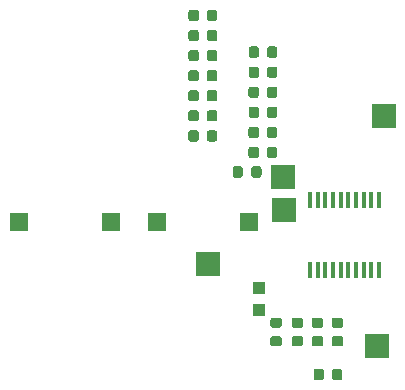
<source format=gbr>
G04 #@! TF.GenerationSoftware,KiCad,Pcbnew,5.1.4-1.fc30*
G04 #@! TF.CreationDate,2019-10-04T18:02:02+02:00*
G04 #@! TF.ProjectId,synchro2,73796e63-6872-46f3-922e-6b696361645f,rev?*
G04 #@! TF.SameCoordinates,Original*
G04 #@! TF.FileFunction,Paste,Top*
G04 #@! TF.FilePolarity,Positive*
%FSLAX46Y46*%
G04 Gerber Fmt 4.6, Leading zero omitted, Abs format (unit mm)*
G04 Created by KiCad (PCBNEW 5.1.4-1.fc30) date 2019-10-04 18:02:02*
%MOMM*%
%LPD*%
G04 APERTURE LIST*
%ADD10R,1.000000X1.000000*%
%ADD11R,2.000000X2.000000*%
%ADD12C,2.000000*%
%ADD13C,0.100000*%
%ADD14R,1.500000X1.500000*%
%ADD15C,0.875000*%
%ADD16R,0.450000X1.450000*%
G04 APERTURE END LIST*
D10*
X223850000Y-121850000D03*
X223850000Y-123750000D03*
D11*
X234450000Y-107310000D03*
X233850000Y-126750000D03*
X219550000Y-119850000D03*
X225950000Y-115300000D03*
D12*
X225900000Y-112500000D03*
D13*
G36*
X224900000Y-113500000D02*
G01*
X224900000Y-111500000D01*
X226900000Y-111500000D01*
X226900000Y-113500000D01*
X224900000Y-113500000D01*
X224900000Y-113500000D01*
G37*
D14*
X215200000Y-116300000D03*
X223000000Y-116300000D03*
D13*
G36*
X218552691Y-103426053D02*
G01*
X218573926Y-103429203D01*
X218594750Y-103434419D01*
X218614962Y-103441651D01*
X218634368Y-103450830D01*
X218652781Y-103461866D01*
X218670024Y-103474654D01*
X218685930Y-103489070D01*
X218700346Y-103504976D01*
X218713134Y-103522219D01*
X218724170Y-103540632D01*
X218733349Y-103560038D01*
X218740581Y-103580250D01*
X218745797Y-103601074D01*
X218748947Y-103622309D01*
X218750000Y-103643750D01*
X218750000Y-104156250D01*
X218748947Y-104177691D01*
X218745797Y-104198926D01*
X218740581Y-104219750D01*
X218733349Y-104239962D01*
X218724170Y-104259368D01*
X218713134Y-104277781D01*
X218700346Y-104295024D01*
X218685930Y-104310930D01*
X218670024Y-104325346D01*
X218652781Y-104338134D01*
X218634368Y-104349170D01*
X218614962Y-104358349D01*
X218594750Y-104365581D01*
X218573926Y-104370797D01*
X218552691Y-104373947D01*
X218531250Y-104375000D01*
X218093750Y-104375000D01*
X218072309Y-104373947D01*
X218051074Y-104370797D01*
X218030250Y-104365581D01*
X218010038Y-104358349D01*
X217990632Y-104349170D01*
X217972219Y-104338134D01*
X217954976Y-104325346D01*
X217939070Y-104310930D01*
X217924654Y-104295024D01*
X217911866Y-104277781D01*
X217900830Y-104259368D01*
X217891651Y-104239962D01*
X217884419Y-104219750D01*
X217879203Y-104198926D01*
X217876053Y-104177691D01*
X217875000Y-104156250D01*
X217875000Y-103643750D01*
X217876053Y-103622309D01*
X217879203Y-103601074D01*
X217884419Y-103580250D01*
X217891651Y-103560038D01*
X217900830Y-103540632D01*
X217911866Y-103522219D01*
X217924654Y-103504976D01*
X217939070Y-103489070D01*
X217954976Y-103474654D01*
X217972219Y-103461866D01*
X217990632Y-103450830D01*
X218010038Y-103441651D01*
X218030250Y-103434419D01*
X218051074Y-103429203D01*
X218072309Y-103426053D01*
X218093750Y-103425000D01*
X218531250Y-103425000D01*
X218552691Y-103426053D01*
X218552691Y-103426053D01*
G37*
D15*
X218312500Y-103900000D03*
D13*
G36*
X220127691Y-103426053D02*
G01*
X220148926Y-103429203D01*
X220169750Y-103434419D01*
X220189962Y-103441651D01*
X220209368Y-103450830D01*
X220227781Y-103461866D01*
X220245024Y-103474654D01*
X220260930Y-103489070D01*
X220275346Y-103504976D01*
X220288134Y-103522219D01*
X220299170Y-103540632D01*
X220308349Y-103560038D01*
X220315581Y-103580250D01*
X220320797Y-103601074D01*
X220323947Y-103622309D01*
X220325000Y-103643750D01*
X220325000Y-104156250D01*
X220323947Y-104177691D01*
X220320797Y-104198926D01*
X220315581Y-104219750D01*
X220308349Y-104239962D01*
X220299170Y-104259368D01*
X220288134Y-104277781D01*
X220275346Y-104295024D01*
X220260930Y-104310930D01*
X220245024Y-104325346D01*
X220227781Y-104338134D01*
X220209368Y-104349170D01*
X220189962Y-104358349D01*
X220169750Y-104365581D01*
X220148926Y-104370797D01*
X220127691Y-104373947D01*
X220106250Y-104375000D01*
X219668750Y-104375000D01*
X219647309Y-104373947D01*
X219626074Y-104370797D01*
X219605250Y-104365581D01*
X219585038Y-104358349D01*
X219565632Y-104349170D01*
X219547219Y-104338134D01*
X219529976Y-104325346D01*
X219514070Y-104310930D01*
X219499654Y-104295024D01*
X219486866Y-104277781D01*
X219475830Y-104259368D01*
X219466651Y-104239962D01*
X219459419Y-104219750D01*
X219454203Y-104198926D01*
X219451053Y-104177691D01*
X219450000Y-104156250D01*
X219450000Y-103643750D01*
X219451053Y-103622309D01*
X219454203Y-103601074D01*
X219459419Y-103580250D01*
X219466651Y-103560038D01*
X219475830Y-103540632D01*
X219486866Y-103522219D01*
X219499654Y-103504976D01*
X219514070Y-103489070D01*
X219529976Y-103474654D01*
X219547219Y-103461866D01*
X219565632Y-103450830D01*
X219585038Y-103441651D01*
X219605250Y-103434419D01*
X219626074Y-103429203D01*
X219647309Y-103426053D01*
X219668750Y-103425000D01*
X220106250Y-103425000D01*
X220127691Y-103426053D01*
X220127691Y-103426053D01*
G37*
D15*
X219887500Y-103900000D03*
D13*
G36*
X223652691Y-106526053D02*
G01*
X223673926Y-106529203D01*
X223694750Y-106534419D01*
X223714962Y-106541651D01*
X223734368Y-106550830D01*
X223752781Y-106561866D01*
X223770024Y-106574654D01*
X223785930Y-106589070D01*
X223800346Y-106604976D01*
X223813134Y-106622219D01*
X223824170Y-106640632D01*
X223833349Y-106660038D01*
X223840581Y-106680250D01*
X223845797Y-106701074D01*
X223848947Y-106722309D01*
X223850000Y-106743750D01*
X223850000Y-107256250D01*
X223848947Y-107277691D01*
X223845797Y-107298926D01*
X223840581Y-107319750D01*
X223833349Y-107339962D01*
X223824170Y-107359368D01*
X223813134Y-107377781D01*
X223800346Y-107395024D01*
X223785930Y-107410930D01*
X223770024Y-107425346D01*
X223752781Y-107438134D01*
X223734368Y-107449170D01*
X223714962Y-107458349D01*
X223694750Y-107465581D01*
X223673926Y-107470797D01*
X223652691Y-107473947D01*
X223631250Y-107475000D01*
X223193750Y-107475000D01*
X223172309Y-107473947D01*
X223151074Y-107470797D01*
X223130250Y-107465581D01*
X223110038Y-107458349D01*
X223090632Y-107449170D01*
X223072219Y-107438134D01*
X223054976Y-107425346D01*
X223039070Y-107410930D01*
X223024654Y-107395024D01*
X223011866Y-107377781D01*
X223000830Y-107359368D01*
X222991651Y-107339962D01*
X222984419Y-107319750D01*
X222979203Y-107298926D01*
X222976053Y-107277691D01*
X222975000Y-107256250D01*
X222975000Y-106743750D01*
X222976053Y-106722309D01*
X222979203Y-106701074D01*
X222984419Y-106680250D01*
X222991651Y-106660038D01*
X223000830Y-106640632D01*
X223011866Y-106622219D01*
X223024654Y-106604976D01*
X223039070Y-106589070D01*
X223054976Y-106574654D01*
X223072219Y-106561866D01*
X223090632Y-106550830D01*
X223110038Y-106541651D01*
X223130250Y-106534419D01*
X223151074Y-106529203D01*
X223172309Y-106526053D01*
X223193750Y-106525000D01*
X223631250Y-106525000D01*
X223652691Y-106526053D01*
X223652691Y-106526053D01*
G37*
D15*
X223412500Y-107000000D03*
D13*
G36*
X225227691Y-106526053D02*
G01*
X225248926Y-106529203D01*
X225269750Y-106534419D01*
X225289962Y-106541651D01*
X225309368Y-106550830D01*
X225327781Y-106561866D01*
X225345024Y-106574654D01*
X225360930Y-106589070D01*
X225375346Y-106604976D01*
X225388134Y-106622219D01*
X225399170Y-106640632D01*
X225408349Y-106660038D01*
X225415581Y-106680250D01*
X225420797Y-106701074D01*
X225423947Y-106722309D01*
X225425000Y-106743750D01*
X225425000Y-107256250D01*
X225423947Y-107277691D01*
X225420797Y-107298926D01*
X225415581Y-107319750D01*
X225408349Y-107339962D01*
X225399170Y-107359368D01*
X225388134Y-107377781D01*
X225375346Y-107395024D01*
X225360930Y-107410930D01*
X225345024Y-107425346D01*
X225327781Y-107438134D01*
X225309368Y-107449170D01*
X225289962Y-107458349D01*
X225269750Y-107465581D01*
X225248926Y-107470797D01*
X225227691Y-107473947D01*
X225206250Y-107475000D01*
X224768750Y-107475000D01*
X224747309Y-107473947D01*
X224726074Y-107470797D01*
X224705250Y-107465581D01*
X224685038Y-107458349D01*
X224665632Y-107449170D01*
X224647219Y-107438134D01*
X224629976Y-107425346D01*
X224614070Y-107410930D01*
X224599654Y-107395024D01*
X224586866Y-107377781D01*
X224575830Y-107359368D01*
X224566651Y-107339962D01*
X224559419Y-107319750D01*
X224554203Y-107298926D01*
X224551053Y-107277691D01*
X224550000Y-107256250D01*
X224550000Y-106743750D01*
X224551053Y-106722309D01*
X224554203Y-106701074D01*
X224559419Y-106680250D01*
X224566651Y-106660038D01*
X224575830Y-106640632D01*
X224586866Y-106622219D01*
X224599654Y-106604976D01*
X224614070Y-106589070D01*
X224629976Y-106574654D01*
X224647219Y-106561866D01*
X224665632Y-106550830D01*
X224685038Y-106541651D01*
X224705250Y-106534419D01*
X224726074Y-106529203D01*
X224747309Y-106526053D01*
X224768750Y-106525000D01*
X225206250Y-106525000D01*
X225227691Y-106526053D01*
X225227691Y-106526053D01*
G37*
D15*
X224987500Y-107000000D03*
D13*
G36*
X225227691Y-101426053D02*
G01*
X225248926Y-101429203D01*
X225269750Y-101434419D01*
X225289962Y-101441651D01*
X225309368Y-101450830D01*
X225327781Y-101461866D01*
X225345024Y-101474654D01*
X225360930Y-101489070D01*
X225375346Y-101504976D01*
X225388134Y-101522219D01*
X225399170Y-101540632D01*
X225408349Y-101560038D01*
X225415581Y-101580250D01*
X225420797Y-101601074D01*
X225423947Y-101622309D01*
X225425000Y-101643750D01*
X225425000Y-102156250D01*
X225423947Y-102177691D01*
X225420797Y-102198926D01*
X225415581Y-102219750D01*
X225408349Y-102239962D01*
X225399170Y-102259368D01*
X225388134Y-102277781D01*
X225375346Y-102295024D01*
X225360930Y-102310930D01*
X225345024Y-102325346D01*
X225327781Y-102338134D01*
X225309368Y-102349170D01*
X225289962Y-102358349D01*
X225269750Y-102365581D01*
X225248926Y-102370797D01*
X225227691Y-102373947D01*
X225206250Y-102375000D01*
X224768750Y-102375000D01*
X224747309Y-102373947D01*
X224726074Y-102370797D01*
X224705250Y-102365581D01*
X224685038Y-102358349D01*
X224665632Y-102349170D01*
X224647219Y-102338134D01*
X224629976Y-102325346D01*
X224614070Y-102310930D01*
X224599654Y-102295024D01*
X224586866Y-102277781D01*
X224575830Y-102259368D01*
X224566651Y-102239962D01*
X224559419Y-102219750D01*
X224554203Y-102198926D01*
X224551053Y-102177691D01*
X224550000Y-102156250D01*
X224550000Y-101643750D01*
X224551053Y-101622309D01*
X224554203Y-101601074D01*
X224559419Y-101580250D01*
X224566651Y-101560038D01*
X224575830Y-101540632D01*
X224586866Y-101522219D01*
X224599654Y-101504976D01*
X224614070Y-101489070D01*
X224629976Y-101474654D01*
X224647219Y-101461866D01*
X224665632Y-101450830D01*
X224685038Y-101441651D01*
X224705250Y-101434419D01*
X224726074Y-101429203D01*
X224747309Y-101426053D01*
X224768750Y-101425000D01*
X225206250Y-101425000D01*
X225227691Y-101426053D01*
X225227691Y-101426053D01*
G37*
D15*
X224987500Y-101900000D03*
D13*
G36*
X223652691Y-101426053D02*
G01*
X223673926Y-101429203D01*
X223694750Y-101434419D01*
X223714962Y-101441651D01*
X223734368Y-101450830D01*
X223752781Y-101461866D01*
X223770024Y-101474654D01*
X223785930Y-101489070D01*
X223800346Y-101504976D01*
X223813134Y-101522219D01*
X223824170Y-101540632D01*
X223833349Y-101560038D01*
X223840581Y-101580250D01*
X223845797Y-101601074D01*
X223848947Y-101622309D01*
X223850000Y-101643750D01*
X223850000Y-102156250D01*
X223848947Y-102177691D01*
X223845797Y-102198926D01*
X223840581Y-102219750D01*
X223833349Y-102239962D01*
X223824170Y-102259368D01*
X223813134Y-102277781D01*
X223800346Y-102295024D01*
X223785930Y-102310930D01*
X223770024Y-102325346D01*
X223752781Y-102338134D01*
X223734368Y-102349170D01*
X223714962Y-102358349D01*
X223694750Y-102365581D01*
X223673926Y-102370797D01*
X223652691Y-102373947D01*
X223631250Y-102375000D01*
X223193750Y-102375000D01*
X223172309Y-102373947D01*
X223151074Y-102370797D01*
X223130250Y-102365581D01*
X223110038Y-102358349D01*
X223090632Y-102349170D01*
X223072219Y-102338134D01*
X223054976Y-102325346D01*
X223039070Y-102310930D01*
X223024654Y-102295024D01*
X223011866Y-102277781D01*
X223000830Y-102259368D01*
X222991651Y-102239962D01*
X222984419Y-102219750D01*
X222979203Y-102198926D01*
X222976053Y-102177691D01*
X222975000Y-102156250D01*
X222975000Y-101643750D01*
X222976053Y-101622309D01*
X222979203Y-101601074D01*
X222984419Y-101580250D01*
X222991651Y-101560038D01*
X223000830Y-101540632D01*
X223011866Y-101522219D01*
X223024654Y-101504976D01*
X223039070Y-101489070D01*
X223054976Y-101474654D01*
X223072219Y-101461866D01*
X223090632Y-101450830D01*
X223110038Y-101441651D01*
X223130250Y-101434419D01*
X223151074Y-101429203D01*
X223172309Y-101426053D01*
X223193750Y-101425000D01*
X223631250Y-101425000D01*
X223652691Y-101426053D01*
X223652691Y-101426053D01*
G37*
D15*
X223412500Y-101900000D03*
D13*
G36*
X225215191Y-109926053D02*
G01*
X225236426Y-109929203D01*
X225257250Y-109934419D01*
X225277462Y-109941651D01*
X225296868Y-109950830D01*
X225315281Y-109961866D01*
X225332524Y-109974654D01*
X225348430Y-109989070D01*
X225362846Y-110004976D01*
X225375634Y-110022219D01*
X225386670Y-110040632D01*
X225395849Y-110060038D01*
X225403081Y-110080250D01*
X225408297Y-110101074D01*
X225411447Y-110122309D01*
X225412500Y-110143750D01*
X225412500Y-110656250D01*
X225411447Y-110677691D01*
X225408297Y-110698926D01*
X225403081Y-110719750D01*
X225395849Y-110739962D01*
X225386670Y-110759368D01*
X225375634Y-110777781D01*
X225362846Y-110795024D01*
X225348430Y-110810930D01*
X225332524Y-110825346D01*
X225315281Y-110838134D01*
X225296868Y-110849170D01*
X225277462Y-110858349D01*
X225257250Y-110865581D01*
X225236426Y-110870797D01*
X225215191Y-110873947D01*
X225193750Y-110875000D01*
X224756250Y-110875000D01*
X224734809Y-110873947D01*
X224713574Y-110870797D01*
X224692750Y-110865581D01*
X224672538Y-110858349D01*
X224653132Y-110849170D01*
X224634719Y-110838134D01*
X224617476Y-110825346D01*
X224601570Y-110810930D01*
X224587154Y-110795024D01*
X224574366Y-110777781D01*
X224563330Y-110759368D01*
X224554151Y-110739962D01*
X224546919Y-110719750D01*
X224541703Y-110698926D01*
X224538553Y-110677691D01*
X224537500Y-110656250D01*
X224537500Y-110143750D01*
X224538553Y-110122309D01*
X224541703Y-110101074D01*
X224546919Y-110080250D01*
X224554151Y-110060038D01*
X224563330Y-110040632D01*
X224574366Y-110022219D01*
X224587154Y-110004976D01*
X224601570Y-109989070D01*
X224617476Y-109974654D01*
X224634719Y-109961866D01*
X224653132Y-109950830D01*
X224672538Y-109941651D01*
X224692750Y-109934419D01*
X224713574Y-109929203D01*
X224734809Y-109926053D01*
X224756250Y-109925000D01*
X225193750Y-109925000D01*
X225215191Y-109926053D01*
X225215191Y-109926053D01*
G37*
D15*
X224975000Y-110400000D03*
D13*
G36*
X223640191Y-109926053D02*
G01*
X223661426Y-109929203D01*
X223682250Y-109934419D01*
X223702462Y-109941651D01*
X223721868Y-109950830D01*
X223740281Y-109961866D01*
X223757524Y-109974654D01*
X223773430Y-109989070D01*
X223787846Y-110004976D01*
X223800634Y-110022219D01*
X223811670Y-110040632D01*
X223820849Y-110060038D01*
X223828081Y-110080250D01*
X223833297Y-110101074D01*
X223836447Y-110122309D01*
X223837500Y-110143750D01*
X223837500Y-110656250D01*
X223836447Y-110677691D01*
X223833297Y-110698926D01*
X223828081Y-110719750D01*
X223820849Y-110739962D01*
X223811670Y-110759368D01*
X223800634Y-110777781D01*
X223787846Y-110795024D01*
X223773430Y-110810930D01*
X223757524Y-110825346D01*
X223740281Y-110838134D01*
X223721868Y-110849170D01*
X223702462Y-110858349D01*
X223682250Y-110865581D01*
X223661426Y-110870797D01*
X223640191Y-110873947D01*
X223618750Y-110875000D01*
X223181250Y-110875000D01*
X223159809Y-110873947D01*
X223138574Y-110870797D01*
X223117750Y-110865581D01*
X223097538Y-110858349D01*
X223078132Y-110849170D01*
X223059719Y-110838134D01*
X223042476Y-110825346D01*
X223026570Y-110810930D01*
X223012154Y-110795024D01*
X222999366Y-110777781D01*
X222988330Y-110759368D01*
X222979151Y-110739962D01*
X222971919Y-110719750D01*
X222966703Y-110698926D01*
X222963553Y-110677691D01*
X222962500Y-110656250D01*
X222962500Y-110143750D01*
X222963553Y-110122309D01*
X222966703Y-110101074D01*
X222971919Y-110080250D01*
X222979151Y-110060038D01*
X222988330Y-110040632D01*
X222999366Y-110022219D01*
X223012154Y-110004976D01*
X223026570Y-109989070D01*
X223042476Y-109974654D01*
X223059719Y-109961866D01*
X223078132Y-109950830D01*
X223097538Y-109941651D01*
X223117750Y-109934419D01*
X223138574Y-109929203D01*
X223159809Y-109926053D01*
X223181250Y-109925000D01*
X223618750Y-109925000D01*
X223640191Y-109926053D01*
X223640191Y-109926053D01*
G37*
D15*
X223400000Y-110400000D03*
D13*
G36*
X218552691Y-106826053D02*
G01*
X218573926Y-106829203D01*
X218594750Y-106834419D01*
X218614962Y-106841651D01*
X218634368Y-106850830D01*
X218652781Y-106861866D01*
X218670024Y-106874654D01*
X218685930Y-106889070D01*
X218700346Y-106904976D01*
X218713134Y-106922219D01*
X218724170Y-106940632D01*
X218733349Y-106960038D01*
X218740581Y-106980250D01*
X218745797Y-107001074D01*
X218748947Y-107022309D01*
X218750000Y-107043750D01*
X218750000Y-107556250D01*
X218748947Y-107577691D01*
X218745797Y-107598926D01*
X218740581Y-107619750D01*
X218733349Y-107639962D01*
X218724170Y-107659368D01*
X218713134Y-107677781D01*
X218700346Y-107695024D01*
X218685930Y-107710930D01*
X218670024Y-107725346D01*
X218652781Y-107738134D01*
X218634368Y-107749170D01*
X218614962Y-107758349D01*
X218594750Y-107765581D01*
X218573926Y-107770797D01*
X218552691Y-107773947D01*
X218531250Y-107775000D01*
X218093750Y-107775000D01*
X218072309Y-107773947D01*
X218051074Y-107770797D01*
X218030250Y-107765581D01*
X218010038Y-107758349D01*
X217990632Y-107749170D01*
X217972219Y-107738134D01*
X217954976Y-107725346D01*
X217939070Y-107710930D01*
X217924654Y-107695024D01*
X217911866Y-107677781D01*
X217900830Y-107659368D01*
X217891651Y-107639962D01*
X217884419Y-107619750D01*
X217879203Y-107598926D01*
X217876053Y-107577691D01*
X217875000Y-107556250D01*
X217875000Y-107043750D01*
X217876053Y-107022309D01*
X217879203Y-107001074D01*
X217884419Y-106980250D01*
X217891651Y-106960038D01*
X217900830Y-106940632D01*
X217911866Y-106922219D01*
X217924654Y-106904976D01*
X217939070Y-106889070D01*
X217954976Y-106874654D01*
X217972219Y-106861866D01*
X217990632Y-106850830D01*
X218010038Y-106841651D01*
X218030250Y-106834419D01*
X218051074Y-106829203D01*
X218072309Y-106826053D01*
X218093750Y-106825000D01*
X218531250Y-106825000D01*
X218552691Y-106826053D01*
X218552691Y-106826053D01*
G37*
D15*
X218312500Y-107300000D03*
D13*
G36*
X220127691Y-106826053D02*
G01*
X220148926Y-106829203D01*
X220169750Y-106834419D01*
X220189962Y-106841651D01*
X220209368Y-106850830D01*
X220227781Y-106861866D01*
X220245024Y-106874654D01*
X220260930Y-106889070D01*
X220275346Y-106904976D01*
X220288134Y-106922219D01*
X220299170Y-106940632D01*
X220308349Y-106960038D01*
X220315581Y-106980250D01*
X220320797Y-107001074D01*
X220323947Y-107022309D01*
X220325000Y-107043750D01*
X220325000Y-107556250D01*
X220323947Y-107577691D01*
X220320797Y-107598926D01*
X220315581Y-107619750D01*
X220308349Y-107639962D01*
X220299170Y-107659368D01*
X220288134Y-107677781D01*
X220275346Y-107695024D01*
X220260930Y-107710930D01*
X220245024Y-107725346D01*
X220227781Y-107738134D01*
X220209368Y-107749170D01*
X220189962Y-107758349D01*
X220169750Y-107765581D01*
X220148926Y-107770797D01*
X220127691Y-107773947D01*
X220106250Y-107775000D01*
X219668750Y-107775000D01*
X219647309Y-107773947D01*
X219626074Y-107770797D01*
X219605250Y-107765581D01*
X219585038Y-107758349D01*
X219565632Y-107749170D01*
X219547219Y-107738134D01*
X219529976Y-107725346D01*
X219514070Y-107710930D01*
X219499654Y-107695024D01*
X219486866Y-107677781D01*
X219475830Y-107659368D01*
X219466651Y-107639962D01*
X219459419Y-107619750D01*
X219454203Y-107598926D01*
X219451053Y-107577691D01*
X219450000Y-107556250D01*
X219450000Y-107043750D01*
X219451053Y-107022309D01*
X219454203Y-107001074D01*
X219459419Y-106980250D01*
X219466651Y-106960038D01*
X219475830Y-106940632D01*
X219486866Y-106922219D01*
X219499654Y-106904976D01*
X219514070Y-106889070D01*
X219529976Y-106874654D01*
X219547219Y-106861866D01*
X219565632Y-106850830D01*
X219585038Y-106841651D01*
X219605250Y-106834419D01*
X219626074Y-106829203D01*
X219647309Y-106826053D01*
X219668750Y-106825000D01*
X220106250Y-106825000D01*
X220127691Y-106826053D01*
X220127691Y-106826053D01*
G37*
D15*
X219887500Y-107300000D03*
D13*
G36*
X230777691Y-125951053D02*
G01*
X230798926Y-125954203D01*
X230819750Y-125959419D01*
X230839962Y-125966651D01*
X230859368Y-125975830D01*
X230877781Y-125986866D01*
X230895024Y-125999654D01*
X230910930Y-126014070D01*
X230925346Y-126029976D01*
X230938134Y-126047219D01*
X230949170Y-126065632D01*
X230958349Y-126085038D01*
X230965581Y-126105250D01*
X230970797Y-126126074D01*
X230973947Y-126147309D01*
X230975000Y-126168750D01*
X230975000Y-126606250D01*
X230973947Y-126627691D01*
X230970797Y-126648926D01*
X230965581Y-126669750D01*
X230958349Y-126689962D01*
X230949170Y-126709368D01*
X230938134Y-126727781D01*
X230925346Y-126745024D01*
X230910930Y-126760930D01*
X230895024Y-126775346D01*
X230877781Y-126788134D01*
X230859368Y-126799170D01*
X230839962Y-126808349D01*
X230819750Y-126815581D01*
X230798926Y-126820797D01*
X230777691Y-126823947D01*
X230756250Y-126825000D01*
X230243750Y-126825000D01*
X230222309Y-126823947D01*
X230201074Y-126820797D01*
X230180250Y-126815581D01*
X230160038Y-126808349D01*
X230140632Y-126799170D01*
X230122219Y-126788134D01*
X230104976Y-126775346D01*
X230089070Y-126760930D01*
X230074654Y-126745024D01*
X230061866Y-126727781D01*
X230050830Y-126709368D01*
X230041651Y-126689962D01*
X230034419Y-126669750D01*
X230029203Y-126648926D01*
X230026053Y-126627691D01*
X230025000Y-126606250D01*
X230025000Y-126168750D01*
X230026053Y-126147309D01*
X230029203Y-126126074D01*
X230034419Y-126105250D01*
X230041651Y-126085038D01*
X230050830Y-126065632D01*
X230061866Y-126047219D01*
X230074654Y-126029976D01*
X230089070Y-126014070D01*
X230104976Y-125999654D01*
X230122219Y-125986866D01*
X230140632Y-125975830D01*
X230160038Y-125966651D01*
X230180250Y-125959419D01*
X230201074Y-125954203D01*
X230222309Y-125951053D01*
X230243750Y-125950000D01*
X230756250Y-125950000D01*
X230777691Y-125951053D01*
X230777691Y-125951053D01*
G37*
D15*
X230500000Y-126387500D03*
D13*
G36*
X230777691Y-124376053D02*
G01*
X230798926Y-124379203D01*
X230819750Y-124384419D01*
X230839962Y-124391651D01*
X230859368Y-124400830D01*
X230877781Y-124411866D01*
X230895024Y-124424654D01*
X230910930Y-124439070D01*
X230925346Y-124454976D01*
X230938134Y-124472219D01*
X230949170Y-124490632D01*
X230958349Y-124510038D01*
X230965581Y-124530250D01*
X230970797Y-124551074D01*
X230973947Y-124572309D01*
X230975000Y-124593750D01*
X230975000Y-125031250D01*
X230973947Y-125052691D01*
X230970797Y-125073926D01*
X230965581Y-125094750D01*
X230958349Y-125114962D01*
X230949170Y-125134368D01*
X230938134Y-125152781D01*
X230925346Y-125170024D01*
X230910930Y-125185930D01*
X230895024Y-125200346D01*
X230877781Y-125213134D01*
X230859368Y-125224170D01*
X230839962Y-125233349D01*
X230819750Y-125240581D01*
X230798926Y-125245797D01*
X230777691Y-125248947D01*
X230756250Y-125250000D01*
X230243750Y-125250000D01*
X230222309Y-125248947D01*
X230201074Y-125245797D01*
X230180250Y-125240581D01*
X230160038Y-125233349D01*
X230140632Y-125224170D01*
X230122219Y-125213134D01*
X230104976Y-125200346D01*
X230089070Y-125185930D01*
X230074654Y-125170024D01*
X230061866Y-125152781D01*
X230050830Y-125134368D01*
X230041651Y-125114962D01*
X230034419Y-125094750D01*
X230029203Y-125073926D01*
X230026053Y-125052691D01*
X230025000Y-125031250D01*
X230025000Y-124593750D01*
X230026053Y-124572309D01*
X230029203Y-124551074D01*
X230034419Y-124530250D01*
X230041651Y-124510038D01*
X230050830Y-124490632D01*
X230061866Y-124472219D01*
X230074654Y-124454976D01*
X230089070Y-124439070D01*
X230104976Y-124424654D01*
X230122219Y-124411866D01*
X230140632Y-124400830D01*
X230160038Y-124391651D01*
X230180250Y-124384419D01*
X230201074Y-124379203D01*
X230222309Y-124376053D01*
X230243750Y-124375000D01*
X230756250Y-124375000D01*
X230777691Y-124376053D01*
X230777691Y-124376053D01*
G37*
D15*
X230500000Y-124812500D03*
D13*
G36*
X225215191Y-104826053D02*
G01*
X225236426Y-104829203D01*
X225257250Y-104834419D01*
X225277462Y-104841651D01*
X225296868Y-104850830D01*
X225315281Y-104861866D01*
X225332524Y-104874654D01*
X225348430Y-104889070D01*
X225362846Y-104904976D01*
X225375634Y-104922219D01*
X225386670Y-104940632D01*
X225395849Y-104960038D01*
X225403081Y-104980250D01*
X225408297Y-105001074D01*
X225411447Y-105022309D01*
X225412500Y-105043750D01*
X225412500Y-105556250D01*
X225411447Y-105577691D01*
X225408297Y-105598926D01*
X225403081Y-105619750D01*
X225395849Y-105639962D01*
X225386670Y-105659368D01*
X225375634Y-105677781D01*
X225362846Y-105695024D01*
X225348430Y-105710930D01*
X225332524Y-105725346D01*
X225315281Y-105738134D01*
X225296868Y-105749170D01*
X225277462Y-105758349D01*
X225257250Y-105765581D01*
X225236426Y-105770797D01*
X225215191Y-105773947D01*
X225193750Y-105775000D01*
X224756250Y-105775000D01*
X224734809Y-105773947D01*
X224713574Y-105770797D01*
X224692750Y-105765581D01*
X224672538Y-105758349D01*
X224653132Y-105749170D01*
X224634719Y-105738134D01*
X224617476Y-105725346D01*
X224601570Y-105710930D01*
X224587154Y-105695024D01*
X224574366Y-105677781D01*
X224563330Y-105659368D01*
X224554151Y-105639962D01*
X224546919Y-105619750D01*
X224541703Y-105598926D01*
X224538553Y-105577691D01*
X224537500Y-105556250D01*
X224537500Y-105043750D01*
X224538553Y-105022309D01*
X224541703Y-105001074D01*
X224546919Y-104980250D01*
X224554151Y-104960038D01*
X224563330Y-104940632D01*
X224574366Y-104922219D01*
X224587154Y-104904976D01*
X224601570Y-104889070D01*
X224617476Y-104874654D01*
X224634719Y-104861866D01*
X224653132Y-104850830D01*
X224672538Y-104841651D01*
X224692750Y-104834419D01*
X224713574Y-104829203D01*
X224734809Y-104826053D01*
X224756250Y-104825000D01*
X225193750Y-104825000D01*
X225215191Y-104826053D01*
X225215191Y-104826053D01*
G37*
D15*
X224975000Y-105300000D03*
D13*
G36*
X223640191Y-104826053D02*
G01*
X223661426Y-104829203D01*
X223682250Y-104834419D01*
X223702462Y-104841651D01*
X223721868Y-104850830D01*
X223740281Y-104861866D01*
X223757524Y-104874654D01*
X223773430Y-104889070D01*
X223787846Y-104904976D01*
X223800634Y-104922219D01*
X223811670Y-104940632D01*
X223820849Y-104960038D01*
X223828081Y-104980250D01*
X223833297Y-105001074D01*
X223836447Y-105022309D01*
X223837500Y-105043750D01*
X223837500Y-105556250D01*
X223836447Y-105577691D01*
X223833297Y-105598926D01*
X223828081Y-105619750D01*
X223820849Y-105639962D01*
X223811670Y-105659368D01*
X223800634Y-105677781D01*
X223787846Y-105695024D01*
X223773430Y-105710930D01*
X223757524Y-105725346D01*
X223740281Y-105738134D01*
X223721868Y-105749170D01*
X223702462Y-105758349D01*
X223682250Y-105765581D01*
X223661426Y-105770797D01*
X223640191Y-105773947D01*
X223618750Y-105775000D01*
X223181250Y-105775000D01*
X223159809Y-105773947D01*
X223138574Y-105770797D01*
X223117750Y-105765581D01*
X223097538Y-105758349D01*
X223078132Y-105749170D01*
X223059719Y-105738134D01*
X223042476Y-105725346D01*
X223026570Y-105710930D01*
X223012154Y-105695024D01*
X222999366Y-105677781D01*
X222988330Y-105659368D01*
X222979151Y-105639962D01*
X222971919Y-105619750D01*
X222966703Y-105598926D01*
X222963553Y-105577691D01*
X222962500Y-105556250D01*
X222962500Y-105043750D01*
X222963553Y-105022309D01*
X222966703Y-105001074D01*
X222971919Y-104980250D01*
X222979151Y-104960038D01*
X222988330Y-104940632D01*
X222999366Y-104922219D01*
X223012154Y-104904976D01*
X223026570Y-104889070D01*
X223042476Y-104874654D01*
X223059719Y-104861866D01*
X223078132Y-104850830D01*
X223097538Y-104841651D01*
X223117750Y-104834419D01*
X223138574Y-104829203D01*
X223159809Y-104826053D01*
X223181250Y-104825000D01*
X223618750Y-104825000D01*
X223640191Y-104826053D01*
X223640191Y-104826053D01*
G37*
D15*
X223400000Y-105300000D03*
D13*
G36*
X220140191Y-101726053D02*
G01*
X220161426Y-101729203D01*
X220182250Y-101734419D01*
X220202462Y-101741651D01*
X220221868Y-101750830D01*
X220240281Y-101761866D01*
X220257524Y-101774654D01*
X220273430Y-101789070D01*
X220287846Y-101804976D01*
X220300634Y-101822219D01*
X220311670Y-101840632D01*
X220320849Y-101860038D01*
X220328081Y-101880250D01*
X220333297Y-101901074D01*
X220336447Y-101922309D01*
X220337500Y-101943750D01*
X220337500Y-102456250D01*
X220336447Y-102477691D01*
X220333297Y-102498926D01*
X220328081Y-102519750D01*
X220320849Y-102539962D01*
X220311670Y-102559368D01*
X220300634Y-102577781D01*
X220287846Y-102595024D01*
X220273430Y-102610930D01*
X220257524Y-102625346D01*
X220240281Y-102638134D01*
X220221868Y-102649170D01*
X220202462Y-102658349D01*
X220182250Y-102665581D01*
X220161426Y-102670797D01*
X220140191Y-102673947D01*
X220118750Y-102675000D01*
X219681250Y-102675000D01*
X219659809Y-102673947D01*
X219638574Y-102670797D01*
X219617750Y-102665581D01*
X219597538Y-102658349D01*
X219578132Y-102649170D01*
X219559719Y-102638134D01*
X219542476Y-102625346D01*
X219526570Y-102610930D01*
X219512154Y-102595024D01*
X219499366Y-102577781D01*
X219488330Y-102559368D01*
X219479151Y-102539962D01*
X219471919Y-102519750D01*
X219466703Y-102498926D01*
X219463553Y-102477691D01*
X219462500Y-102456250D01*
X219462500Y-101943750D01*
X219463553Y-101922309D01*
X219466703Y-101901074D01*
X219471919Y-101880250D01*
X219479151Y-101860038D01*
X219488330Y-101840632D01*
X219499366Y-101822219D01*
X219512154Y-101804976D01*
X219526570Y-101789070D01*
X219542476Y-101774654D01*
X219559719Y-101761866D01*
X219578132Y-101750830D01*
X219597538Y-101741651D01*
X219617750Y-101734419D01*
X219638574Y-101729203D01*
X219659809Y-101726053D01*
X219681250Y-101725000D01*
X220118750Y-101725000D01*
X220140191Y-101726053D01*
X220140191Y-101726053D01*
G37*
D15*
X219900000Y-102200000D03*
D13*
G36*
X218565191Y-101726053D02*
G01*
X218586426Y-101729203D01*
X218607250Y-101734419D01*
X218627462Y-101741651D01*
X218646868Y-101750830D01*
X218665281Y-101761866D01*
X218682524Y-101774654D01*
X218698430Y-101789070D01*
X218712846Y-101804976D01*
X218725634Y-101822219D01*
X218736670Y-101840632D01*
X218745849Y-101860038D01*
X218753081Y-101880250D01*
X218758297Y-101901074D01*
X218761447Y-101922309D01*
X218762500Y-101943750D01*
X218762500Y-102456250D01*
X218761447Y-102477691D01*
X218758297Y-102498926D01*
X218753081Y-102519750D01*
X218745849Y-102539962D01*
X218736670Y-102559368D01*
X218725634Y-102577781D01*
X218712846Y-102595024D01*
X218698430Y-102610930D01*
X218682524Y-102625346D01*
X218665281Y-102638134D01*
X218646868Y-102649170D01*
X218627462Y-102658349D01*
X218607250Y-102665581D01*
X218586426Y-102670797D01*
X218565191Y-102673947D01*
X218543750Y-102675000D01*
X218106250Y-102675000D01*
X218084809Y-102673947D01*
X218063574Y-102670797D01*
X218042750Y-102665581D01*
X218022538Y-102658349D01*
X218003132Y-102649170D01*
X217984719Y-102638134D01*
X217967476Y-102625346D01*
X217951570Y-102610930D01*
X217937154Y-102595024D01*
X217924366Y-102577781D01*
X217913330Y-102559368D01*
X217904151Y-102539962D01*
X217896919Y-102519750D01*
X217891703Y-102498926D01*
X217888553Y-102477691D01*
X217887500Y-102456250D01*
X217887500Y-101943750D01*
X217888553Y-101922309D01*
X217891703Y-101901074D01*
X217896919Y-101880250D01*
X217904151Y-101860038D01*
X217913330Y-101840632D01*
X217924366Y-101822219D01*
X217937154Y-101804976D01*
X217951570Y-101789070D01*
X217967476Y-101774654D01*
X217984719Y-101761866D01*
X218003132Y-101750830D01*
X218022538Y-101741651D01*
X218042750Y-101734419D01*
X218063574Y-101729203D01*
X218084809Y-101726053D01*
X218106250Y-101725000D01*
X218543750Y-101725000D01*
X218565191Y-101726053D01*
X218565191Y-101726053D01*
G37*
D15*
X218325000Y-102200000D03*
D13*
G36*
X220127691Y-105126053D02*
G01*
X220148926Y-105129203D01*
X220169750Y-105134419D01*
X220189962Y-105141651D01*
X220209368Y-105150830D01*
X220227781Y-105161866D01*
X220245024Y-105174654D01*
X220260930Y-105189070D01*
X220275346Y-105204976D01*
X220288134Y-105222219D01*
X220299170Y-105240632D01*
X220308349Y-105260038D01*
X220315581Y-105280250D01*
X220320797Y-105301074D01*
X220323947Y-105322309D01*
X220325000Y-105343750D01*
X220325000Y-105856250D01*
X220323947Y-105877691D01*
X220320797Y-105898926D01*
X220315581Y-105919750D01*
X220308349Y-105939962D01*
X220299170Y-105959368D01*
X220288134Y-105977781D01*
X220275346Y-105995024D01*
X220260930Y-106010930D01*
X220245024Y-106025346D01*
X220227781Y-106038134D01*
X220209368Y-106049170D01*
X220189962Y-106058349D01*
X220169750Y-106065581D01*
X220148926Y-106070797D01*
X220127691Y-106073947D01*
X220106250Y-106075000D01*
X219668750Y-106075000D01*
X219647309Y-106073947D01*
X219626074Y-106070797D01*
X219605250Y-106065581D01*
X219585038Y-106058349D01*
X219565632Y-106049170D01*
X219547219Y-106038134D01*
X219529976Y-106025346D01*
X219514070Y-106010930D01*
X219499654Y-105995024D01*
X219486866Y-105977781D01*
X219475830Y-105959368D01*
X219466651Y-105939962D01*
X219459419Y-105919750D01*
X219454203Y-105898926D01*
X219451053Y-105877691D01*
X219450000Y-105856250D01*
X219450000Y-105343750D01*
X219451053Y-105322309D01*
X219454203Y-105301074D01*
X219459419Y-105280250D01*
X219466651Y-105260038D01*
X219475830Y-105240632D01*
X219486866Y-105222219D01*
X219499654Y-105204976D01*
X219514070Y-105189070D01*
X219529976Y-105174654D01*
X219547219Y-105161866D01*
X219565632Y-105150830D01*
X219585038Y-105141651D01*
X219605250Y-105134419D01*
X219626074Y-105129203D01*
X219647309Y-105126053D01*
X219668750Y-105125000D01*
X220106250Y-105125000D01*
X220127691Y-105126053D01*
X220127691Y-105126053D01*
G37*
D15*
X219887500Y-105600000D03*
D13*
G36*
X218552691Y-105126053D02*
G01*
X218573926Y-105129203D01*
X218594750Y-105134419D01*
X218614962Y-105141651D01*
X218634368Y-105150830D01*
X218652781Y-105161866D01*
X218670024Y-105174654D01*
X218685930Y-105189070D01*
X218700346Y-105204976D01*
X218713134Y-105222219D01*
X218724170Y-105240632D01*
X218733349Y-105260038D01*
X218740581Y-105280250D01*
X218745797Y-105301074D01*
X218748947Y-105322309D01*
X218750000Y-105343750D01*
X218750000Y-105856250D01*
X218748947Y-105877691D01*
X218745797Y-105898926D01*
X218740581Y-105919750D01*
X218733349Y-105939962D01*
X218724170Y-105959368D01*
X218713134Y-105977781D01*
X218700346Y-105995024D01*
X218685930Y-106010930D01*
X218670024Y-106025346D01*
X218652781Y-106038134D01*
X218634368Y-106049170D01*
X218614962Y-106058349D01*
X218594750Y-106065581D01*
X218573926Y-106070797D01*
X218552691Y-106073947D01*
X218531250Y-106075000D01*
X218093750Y-106075000D01*
X218072309Y-106073947D01*
X218051074Y-106070797D01*
X218030250Y-106065581D01*
X218010038Y-106058349D01*
X217990632Y-106049170D01*
X217972219Y-106038134D01*
X217954976Y-106025346D01*
X217939070Y-106010930D01*
X217924654Y-105995024D01*
X217911866Y-105977781D01*
X217900830Y-105959368D01*
X217891651Y-105939962D01*
X217884419Y-105919750D01*
X217879203Y-105898926D01*
X217876053Y-105877691D01*
X217875000Y-105856250D01*
X217875000Y-105343750D01*
X217876053Y-105322309D01*
X217879203Y-105301074D01*
X217884419Y-105280250D01*
X217891651Y-105260038D01*
X217900830Y-105240632D01*
X217911866Y-105222219D01*
X217924654Y-105204976D01*
X217939070Y-105189070D01*
X217954976Y-105174654D01*
X217972219Y-105161866D01*
X217990632Y-105150830D01*
X218010038Y-105141651D01*
X218030250Y-105134419D01*
X218051074Y-105129203D01*
X218072309Y-105126053D01*
X218093750Y-105125000D01*
X218531250Y-105125000D01*
X218552691Y-105126053D01*
X218552691Y-105126053D01*
G37*
D15*
X218312500Y-105600000D03*
D13*
G36*
X223652691Y-103126053D02*
G01*
X223673926Y-103129203D01*
X223694750Y-103134419D01*
X223714962Y-103141651D01*
X223734368Y-103150830D01*
X223752781Y-103161866D01*
X223770024Y-103174654D01*
X223785930Y-103189070D01*
X223800346Y-103204976D01*
X223813134Y-103222219D01*
X223824170Y-103240632D01*
X223833349Y-103260038D01*
X223840581Y-103280250D01*
X223845797Y-103301074D01*
X223848947Y-103322309D01*
X223850000Y-103343750D01*
X223850000Y-103856250D01*
X223848947Y-103877691D01*
X223845797Y-103898926D01*
X223840581Y-103919750D01*
X223833349Y-103939962D01*
X223824170Y-103959368D01*
X223813134Y-103977781D01*
X223800346Y-103995024D01*
X223785930Y-104010930D01*
X223770024Y-104025346D01*
X223752781Y-104038134D01*
X223734368Y-104049170D01*
X223714962Y-104058349D01*
X223694750Y-104065581D01*
X223673926Y-104070797D01*
X223652691Y-104073947D01*
X223631250Y-104075000D01*
X223193750Y-104075000D01*
X223172309Y-104073947D01*
X223151074Y-104070797D01*
X223130250Y-104065581D01*
X223110038Y-104058349D01*
X223090632Y-104049170D01*
X223072219Y-104038134D01*
X223054976Y-104025346D01*
X223039070Y-104010930D01*
X223024654Y-103995024D01*
X223011866Y-103977781D01*
X223000830Y-103959368D01*
X222991651Y-103939962D01*
X222984419Y-103919750D01*
X222979203Y-103898926D01*
X222976053Y-103877691D01*
X222975000Y-103856250D01*
X222975000Y-103343750D01*
X222976053Y-103322309D01*
X222979203Y-103301074D01*
X222984419Y-103280250D01*
X222991651Y-103260038D01*
X223000830Y-103240632D01*
X223011866Y-103222219D01*
X223024654Y-103204976D01*
X223039070Y-103189070D01*
X223054976Y-103174654D01*
X223072219Y-103161866D01*
X223090632Y-103150830D01*
X223110038Y-103141651D01*
X223130250Y-103134419D01*
X223151074Y-103129203D01*
X223172309Y-103126053D01*
X223193750Y-103125000D01*
X223631250Y-103125000D01*
X223652691Y-103126053D01*
X223652691Y-103126053D01*
G37*
D15*
X223412500Y-103600000D03*
D13*
G36*
X225227691Y-103126053D02*
G01*
X225248926Y-103129203D01*
X225269750Y-103134419D01*
X225289962Y-103141651D01*
X225309368Y-103150830D01*
X225327781Y-103161866D01*
X225345024Y-103174654D01*
X225360930Y-103189070D01*
X225375346Y-103204976D01*
X225388134Y-103222219D01*
X225399170Y-103240632D01*
X225408349Y-103260038D01*
X225415581Y-103280250D01*
X225420797Y-103301074D01*
X225423947Y-103322309D01*
X225425000Y-103343750D01*
X225425000Y-103856250D01*
X225423947Y-103877691D01*
X225420797Y-103898926D01*
X225415581Y-103919750D01*
X225408349Y-103939962D01*
X225399170Y-103959368D01*
X225388134Y-103977781D01*
X225375346Y-103995024D01*
X225360930Y-104010930D01*
X225345024Y-104025346D01*
X225327781Y-104038134D01*
X225309368Y-104049170D01*
X225289962Y-104058349D01*
X225269750Y-104065581D01*
X225248926Y-104070797D01*
X225227691Y-104073947D01*
X225206250Y-104075000D01*
X224768750Y-104075000D01*
X224747309Y-104073947D01*
X224726074Y-104070797D01*
X224705250Y-104065581D01*
X224685038Y-104058349D01*
X224665632Y-104049170D01*
X224647219Y-104038134D01*
X224629976Y-104025346D01*
X224614070Y-104010930D01*
X224599654Y-103995024D01*
X224586866Y-103977781D01*
X224575830Y-103959368D01*
X224566651Y-103939962D01*
X224559419Y-103919750D01*
X224554203Y-103898926D01*
X224551053Y-103877691D01*
X224550000Y-103856250D01*
X224550000Y-103343750D01*
X224551053Y-103322309D01*
X224554203Y-103301074D01*
X224559419Y-103280250D01*
X224566651Y-103260038D01*
X224575830Y-103240632D01*
X224586866Y-103222219D01*
X224599654Y-103204976D01*
X224614070Y-103189070D01*
X224629976Y-103174654D01*
X224647219Y-103161866D01*
X224665632Y-103150830D01*
X224685038Y-103141651D01*
X224705250Y-103134419D01*
X224726074Y-103129203D01*
X224747309Y-103126053D01*
X224768750Y-103125000D01*
X225206250Y-103125000D01*
X225227691Y-103126053D01*
X225227691Y-103126053D01*
G37*
D15*
X224987500Y-103600000D03*
D13*
G36*
X218565191Y-100026053D02*
G01*
X218586426Y-100029203D01*
X218607250Y-100034419D01*
X218627462Y-100041651D01*
X218646868Y-100050830D01*
X218665281Y-100061866D01*
X218682524Y-100074654D01*
X218698430Y-100089070D01*
X218712846Y-100104976D01*
X218725634Y-100122219D01*
X218736670Y-100140632D01*
X218745849Y-100160038D01*
X218753081Y-100180250D01*
X218758297Y-100201074D01*
X218761447Y-100222309D01*
X218762500Y-100243750D01*
X218762500Y-100756250D01*
X218761447Y-100777691D01*
X218758297Y-100798926D01*
X218753081Y-100819750D01*
X218745849Y-100839962D01*
X218736670Y-100859368D01*
X218725634Y-100877781D01*
X218712846Y-100895024D01*
X218698430Y-100910930D01*
X218682524Y-100925346D01*
X218665281Y-100938134D01*
X218646868Y-100949170D01*
X218627462Y-100958349D01*
X218607250Y-100965581D01*
X218586426Y-100970797D01*
X218565191Y-100973947D01*
X218543750Y-100975000D01*
X218106250Y-100975000D01*
X218084809Y-100973947D01*
X218063574Y-100970797D01*
X218042750Y-100965581D01*
X218022538Y-100958349D01*
X218003132Y-100949170D01*
X217984719Y-100938134D01*
X217967476Y-100925346D01*
X217951570Y-100910930D01*
X217937154Y-100895024D01*
X217924366Y-100877781D01*
X217913330Y-100859368D01*
X217904151Y-100839962D01*
X217896919Y-100819750D01*
X217891703Y-100798926D01*
X217888553Y-100777691D01*
X217887500Y-100756250D01*
X217887500Y-100243750D01*
X217888553Y-100222309D01*
X217891703Y-100201074D01*
X217896919Y-100180250D01*
X217904151Y-100160038D01*
X217913330Y-100140632D01*
X217924366Y-100122219D01*
X217937154Y-100104976D01*
X217951570Y-100089070D01*
X217967476Y-100074654D01*
X217984719Y-100061866D01*
X218003132Y-100050830D01*
X218022538Y-100041651D01*
X218042750Y-100034419D01*
X218063574Y-100029203D01*
X218084809Y-100026053D01*
X218106250Y-100025000D01*
X218543750Y-100025000D01*
X218565191Y-100026053D01*
X218565191Y-100026053D01*
G37*
D15*
X218325000Y-100500000D03*
D13*
G36*
X220140191Y-100026053D02*
G01*
X220161426Y-100029203D01*
X220182250Y-100034419D01*
X220202462Y-100041651D01*
X220221868Y-100050830D01*
X220240281Y-100061866D01*
X220257524Y-100074654D01*
X220273430Y-100089070D01*
X220287846Y-100104976D01*
X220300634Y-100122219D01*
X220311670Y-100140632D01*
X220320849Y-100160038D01*
X220328081Y-100180250D01*
X220333297Y-100201074D01*
X220336447Y-100222309D01*
X220337500Y-100243750D01*
X220337500Y-100756250D01*
X220336447Y-100777691D01*
X220333297Y-100798926D01*
X220328081Y-100819750D01*
X220320849Y-100839962D01*
X220311670Y-100859368D01*
X220300634Y-100877781D01*
X220287846Y-100895024D01*
X220273430Y-100910930D01*
X220257524Y-100925346D01*
X220240281Y-100938134D01*
X220221868Y-100949170D01*
X220202462Y-100958349D01*
X220182250Y-100965581D01*
X220161426Y-100970797D01*
X220140191Y-100973947D01*
X220118750Y-100975000D01*
X219681250Y-100975000D01*
X219659809Y-100973947D01*
X219638574Y-100970797D01*
X219617750Y-100965581D01*
X219597538Y-100958349D01*
X219578132Y-100949170D01*
X219559719Y-100938134D01*
X219542476Y-100925346D01*
X219526570Y-100910930D01*
X219512154Y-100895024D01*
X219499366Y-100877781D01*
X219488330Y-100859368D01*
X219479151Y-100839962D01*
X219471919Y-100819750D01*
X219466703Y-100798926D01*
X219463553Y-100777691D01*
X219462500Y-100756250D01*
X219462500Y-100243750D01*
X219463553Y-100222309D01*
X219466703Y-100201074D01*
X219471919Y-100180250D01*
X219479151Y-100160038D01*
X219488330Y-100140632D01*
X219499366Y-100122219D01*
X219512154Y-100104976D01*
X219526570Y-100089070D01*
X219542476Y-100074654D01*
X219559719Y-100061866D01*
X219578132Y-100050830D01*
X219597538Y-100041651D01*
X219617750Y-100034419D01*
X219638574Y-100029203D01*
X219659809Y-100026053D01*
X219681250Y-100025000D01*
X220118750Y-100025000D01*
X220140191Y-100026053D01*
X220140191Y-100026053D01*
G37*
D15*
X219900000Y-100500000D03*
D13*
G36*
X225577691Y-125951053D02*
G01*
X225598926Y-125954203D01*
X225619750Y-125959419D01*
X225639962Y-125966651D01*
X225659368Y-125975830D01*
X225677781Y-125986866D01*
X225695024Y-125999654D01*
X225710930Y-126014070D01*
X225725346Y-126029976D01*
X225738134Y-126047219D01*
X225749170Y-126065632D01*
X225758349Y-126085038D01*
X225765581Y-126105250D01*
X225770797Y-126126074D01*
X225773947Y-126147309D01*
X225775000Y-126168750D01*
X225775000Y-126606250D01*
X225773947Y-126627691D01*
X225770797Y-126648926D01*
X225765581Y-126669750D01*
X225758349Y-126689962D01*
X225749170Y-126709368D01*
X225738134Y-126727781D01*
X225725346Y-126745024D01*
X225710930Y-126760930D01*
X225695024Y-126775346D01*
X225677781Y-126788134D01*
X225659368Y-126799170D01*
X225639962Y-126808349D01*
X225619750Y-126815581D01*
X225598926Y-126820797D01*
X225577691Y-126823947D01*
X225556250Y-126825000D01*
X225043750Y-126825000D01*
X225022309Y-126823947D01*
X225001074Y-126820797D01*
X224980250Y-126815581D01*
X224960038Y-126808349D01*
X224940632Y-126799170D01*
X224922219Y-126788134D01*
X224904976Y-126775346D01*
X224889070Y-126760930D01*
X224874654Y-126745024D01*
X224861866Y-126727781D01*
X224850830Y-126709368D01*
X224841651Y-126689962D01*
X224834419Y-126669750D01*
X224829203Y-126648926D01*
X224826053Y-126627691D01*
X224825000Y-126606250D01*
X224825000Y-126168750D01*
X224826053Y-126147309D01*
X224829203Y-126126074D01*
X224834419Y-126105250D01*
X224841651Y-126085038D01*
X224850830Y-126065632D01*
X224861866Y-126047219D01*
X224874654Y-126029976D01*
X224889070Y-126014070D01*
X224904976Y-125999654D01*
X224922219Y-125986866D01*
X224940632Y-125975830D01*
X224960038Y-125966651D01*
X224980250Y-125959419D01*
X225001074Y-125954203D01*
X225022309Y-125951053D01*
X225043750Y-125950000D01*
X225556250Y-125950000D01*
X225577691Y-125951053D01*
X225577691Y-125951053D01*
G37*
D15*
X225300000Y-126387500D03*
D13*
G36*
X225577691Y-124376053D02*
G01*
X225598926Y-124379203D01*
X225619750Y-124384419D01*
X225639962Y-124391651D01*
X225659368Y-124400830D01*
X225677781Y-124411866D01*
X225695024Y-124424654D01*
X225710930Y-124439070D01*
X225725346Y-124454976D01*
X225738134Y-124472219D01*
X225749170Y-124490632D01*
X225758349Y-124510038D01*
X225765581Y-124530250D01*
X225770797Y-124551074D01*
X225773947Y-124572309D01*
X225775000Y-124593750D01*
X225775000Y-125031250D01*
X225773947Y-125052691D01*
X225770797Y-125073926D01*
X225765581Y-125094750D01*
X225758349Y-125114962D01*
X225749170Y-125134368D01*
X225738134Y-125152781D01*
X225725346Y-125170024D01*
X225710930Y-125185930D01*
X225695024Y-125200346D01*
X225677781Y-125213134D01*
X225659368Y-125224170D01*
X225639962Y-125233349D01*
X225619750Y-125240581D01*
X225598926Y-125245797D01*
X225577691Y-125248947D01*
X225556250Y-125250000D01*
X225043750Y-125250000D01*
X225022309Y-125248947D01*
X225001074Y-125245797D01*
X224980250Y-125240581D01*
X224960038Y-125233349D01*
X224940632Y-125224170D01*
X224922219Y-125213134D01*
X224904976Y-125200346D01*
X224889070Y-125185930D01*
X224874654Y-125170024D01*
X224861866Y-125152781D01*
X224850830Y-125134368D01*
X224841651Y-125114962D01*
X224834419Y-125094750D01*
X224829203Y-125073926D01*
X224826053Y-125052691D01*
X224825000Y-125031250D01*
X224825000Y-124593750D01*
X224826053Y-124572309D01*
X224829203Y-124551074D01*
X224834419Y-124530250D01*
X224841651Y-124510038D01*
X224850830Y-124490632D01*
X224861866Y-124472219D01*
X224874654Y-124454976D01*
X224889070Y-124439070D01*
X224904976Y-124424654D01*
X224922219Y-124411866D01*
X224940632Y-124400830D01*
X224960038Y-124391651D01*
X224980250Y-124384419D01*
X225001074Y-124379203D01*
X225022309Y-124376053D01*
X225043750Y-124375000D01*
X225556250Y-124375000D01*
X225577691Y-124376053D01*
X225577691Y-124376053D01*
G37*
D15*
X225300000Y-124812500D03*
D13*
G36*
X222302691Y-111576053D02*
G01*
X222323926Y-111579203D01*
X222344750Y-111584419D01*
X222364962Y-111591651D01*
X222384368Y-111600830D01*
X222402781Y-111611866D01*
X222420024Y-111624654D01*
X222435930Y-111639070D01*
X222450346Y-111654976D01*
X222463134Y-111672219D01*
X222474170Y-111690632D01*
X222483349Y-111710038D01*
X222490581Y-111730250D01*
X222495797Y-111751074D01*
X222498947Y-111772309D01*
X222500000Y-111793750D01*
X222500000Y-112306250D01*
X222498947Y-112327691D01*
X222495797Y-112348926D01*
X222490581Y-112369750D01*
X222483349Y-112389962D01*
X222474170Y-112409368D01*
X222463134Y-112427781D01*
X222450346Y-112445024D01*
X222435930Y-112460930D01*
X222420024Y-112475346D01*
X222402781Y-112488134D01*
X222384368Y-112499170D01*
X222364962Y-112508349D01*
X222344750Y-112515581D01*
X222323926Y-112520797D01*
X222302691Y-112523947D01*
X222281250Y-112525000D01*
X221843750Y-112525000D01*
X221822309Y-112523947D01*
X221801074Y-112520797D01*
X221780250Y-112515581D01*
X221760038Y-112508349D01*
X221740632Y-112499170D01*
X221722219Y-112488134D01*
X221704976Y-112475346D01*
X221689070Y-112460930D01*
X221674654Y-112445024D01*
X221661866Y-112427781D01*
X221650830Y-112409368D01*
X221641651Y-112389962D01*
X221634419Y-112369750D01*
X221629203Y-112348926D01*
X221626053Y-112327691D01*
X221625000Y-112306250D01*
X221625000Y-111793750D01*
X221626053Y-111772309D01*
X221629203Y-111751074D01*
X221634419Y-111730250D01*
X221641651Y-111710038D01*
X221650830Y-111690632D01*
X221661866Y-111672219D01*
X221674654Y-111654976D01*
X221689070Y-111639070D01*
X221704976Y-111624654D01*
X221722219Y-111611866D01*
X221740632Y-111600830D01*
X221760038Y-111591651D01*
X221780250Y-111584419D01*
X221801074Y-111579203D01*
X221822309Y-111576053D01*
X221843750Y-111575000D01*
X222281250Y-111575000D01*
X222302691Y-111576053D01*
X222302691Y-111576053D01*
G37*
D15*
X222062500Y-112050000D03*
D13*
G36*
X223877691Y-111576053D02*
G01*
X223898926Y-111579203D01*
X223919750Y-111584419D01*
X223939962Y-111591651D01*
X223959368Y-111600830D01*
X223977781Y-111611866D01*
X223995024Y-111624654D01*
X224010930Y-111639070D01*
X224025346Y-111654976D01*
X224038134Y-111672219D01*
X224049170Y-111690632D01*
X224058349Y-111710038D01*
X224065581Y-111730250D01*
X224070797Y-111751074D01*
X224073947Y-111772309D01*
X224075000Y-111793750D01*
X224075000Y-112306250D01*
X224073947Y-112327691D01*
X224070797Y-112348926D01*
X224065581Y-112369750D01*
X224058349Y-112389962D01*
X224049170Y-112409368D01*
X224038134Y-112427781D01*
X224025346Y-112445024D01*
X224010930Y-112460930D01*
X223995024Y-112475346D01*
X223977781Y-112488134D01*
X223959368Y-112499170D01*
X223939962Y-112508349D01*
X223919750Y-112515581D01*
X223898926Y-112520797D01*
X223877691Y-112523947D01*
X223856250Y-112525000D01*
X223418750Y-112525000D01*
X223397309Y-112523947D01*
X223376074Y-112520797D01*
X223355250Y-112515581D01*
X223335038Y-112508349D01*
X223315632Y-112499170D01*
X223297219Y-112488134D01*
X223279976Y-112475346D01*
X223264070Y-112460930D01*
X223249654Y-112445024D01*
X223236866Y-112427781D01*
X223225830Y-112409368D01*
X223216651Y-112389962D01*
X223209419Y-112369750D01*
X223204203Y-112348926D01*
X223201053Y-112327691D01*
X223200000Y-112306250D01*
X223200000Y-111793750D01*
X223201053Y-111772309D01*
X223204203Y-111751074D01*
X223209419Y-111730250D01*
X223216651Y-111710038D01*
X223225830Y-111690632D01*
X223236866Y-111672219D01*
X223249654Y-111654976D01*
X223264070Y-111639070D01*
X223279976Y-111624654D01*
X223297219Y-111611866D01*
X223315632Y-111600830D01*
X223335038Y-111591651D01*
X223355250Y-111584419D01*
X223376074Y-111579203D01*
X223397309Y-111576053D01*
X223418750Y-111575000D01*
X223856250Y-111575000D01*
X223877691Y-111576053D01*
X223877691Y-111576053D01*
G37*
D15*
X223637500Y-112050000D03*
D13*
G36*
X225215191Y-108226053D02*
G01*
X225236426Y-108229203D01*
X225257250Y-108234419D01*
X225277462Y-108241651D01*
X225296868Y-108250830D01*
X225315281Y-108261866D01*
X225332524Y-108274654D01*
X225348430Y-108289070D01*
X225362846Y-108304976D01*
X225375634Y-108322219D01*
X225386670Y-108340632D01*
X225395849Y-108360038D01*
X225403081Y-108380250D01*
X225408297Y-108401074D01*
X225411447Y-108422309D01*
X225412500Y-108443750D01*
X225412500Y-108956250D01*
X225411447Y-108977691D01*
X225408297Y-108998926D01*
X225403081Y-109019750D01*
X225395849Y-109039962D01*
X225386670Y-109059368D01*
X225375634Y-109077781D01*
X225362846Y-109095024D01*
X225348430Y-109110930D01*
X225332524Y-109125346D01*
X225315281Y-109138134D01*
X225296868Y-109149170D01*
X225277462Y-109158349D01*
X225257250Y-109165581D01*
X225236426Y-109170797D01*
X225215191Y-109173947D01*
X225193750Y-109175000D01*
X224756250Y-109175000D01*
X224734809Y-109173947D01*
X224713574Y-109170797D01*
X224692750Y-109165581D01*
X224672538Y-109158349D01*
X224653132Y-109149170D01*
X224634719Y-109138134D01*
X224617476Y-109125346D01*
X224601570Y-109110930D01*
X224587154Y-109095024D01*
X224574366Y-109077781D01*
X224563330Y-109059368D01*
X224554151Y-109039962D01*
X224546919Y-109019750D01*
X224541703Y-108998926D01*
X224538553Y-108977691D01*
X224537500Y-108956250D01*
X224537500Y-108443750D01*
X224538553Y-108422309D01*
X224541703Y-108401074D01*
X224546919Y-108380250D01*
X224554151Y-108360038D01*
X224563330Y-108340632D01*
X224574366Y-108322219D01*
X224587154Y-108304976D01*
X224601570Y-108289070D01*
X224617476Y-108274654D01*
X224634719Y-108261866D01*
X224653132Y-108250830D01*
X224672538Y-108241651D01*
X224692750Y-108234419D01*
X224713574Y-108229203D01*
X224734809Y-108226053D01*
X224756250Y-108225000D01*
X225193750Y-108225000D01*
X225215191Y-108226053D01*
X225215191Y-108226053D01*
G37*
D15*
X224975000Y-108700000D03*
D13*
G36*
X223640191Y-108226053D02*
G01*
X223661426Y-108229203D01*
X223682250Y-108234419D01*
X223702462Y-108241651D01*
X223721868Y-108250830D01*
X223740281Y-108261866D01*
X223757524Y-108274654D01*
X223773430Y-108289070D01*
X223787846Y-108304976D01*
X223800634Y-108322219D01*
X223811670Y-108340632D01*
X223820849Y-108360038D01*
X223828081Y-108380250D01*
X223833297Y-108401074D01*
X223836447Y-108422309D01*
X223837500Y-108443750D01*
X223837500Y-108956250D01*
X223836447Y-108977691D01*
X223833297Y-108998926D01*
X223828081Y-109019750D01*
X223820849Y-109039962D01*
X223811670Y-109059368D01*
X223800634Y-109077781D01*
X223787846Y-109095024D01*
X223773430Y-109110930D01*
X223757524Y-109125346D01*
X223740281Y-109138134D01*
X223721868Y-109149170D01*
X223702462Y-109158349D01*
X223682250Y-109165581D01*
X223661426Y-109170797D01*
X223640191Y-109173947D01*
X223618750Y-109175000D01*
X223181250Y-109175000D01*
X223159809Y-109173947D01*
X223138574Y-109170797D01*
X223117750Y-109165581D01*
X223097538Y-109158349D01*
X223078132Y-109149170D01*
X223059719Y-109138134D01*
X223042476Y-109125346D01*
X223026570Y-109110930D01*
X223012154Y-109095024D01*
X222999366Y-109077781D01*
X222988330Y-109059368D01*
X222979151Y-109039962D01*
X222971919Y-109019750D01*
X222966703Y-108998926D01*
X222963553Y-108977691D01*
X222962500Y-108956250D01*
X222962500Y-108443750D01*
X222963553Y-108422309D01*
X222966703Y-108401074D01*
X222971919Y-108380250D01*
X222979151Y-108360038D01*
X222988330Y-108340632D01*
X222999366Y-108322219D01*
X223012154Y-108304976D01*
X223026570Y-108289070D01*
X223042476Y-108274654D01*
X223059719Y-108261866D01*
X223078132Y-108250830D01*
X223097538Y-108241651D01*
X223117750Y-108234419D01*
X223138574Y-108229203D01*
X223159809Y-108226053D01*
X223181250Y-108225000D01*
X223618750Y-108225000D01*
X223640191Y-108226053D01*
X223640191Y-108226053D01*
G37*
D15*
X223400000Y-108700000D03*
D16*
X228175000Y-114450000D03*
X228825000Y-114450000D03*
X229475000Y-114450000D03*
X230125000Y-114450000D03*
X230775000Y-114450000D03*
X231425000Y-114450000D03*
X232075000Y-114450000D03*
X232725000Y-114450000D03*
X233375000Y-114450000D03*
X234025000Y-114450000D03*
X234025000Y-120350000D03*
X233375000Y-120350000D03*
X232725000Y-120350000D03*
X232075000Y-120350000D03*
X231425000Y-120350000D03*
X230775000Y-120350000D03*
X230125000Y-120350000D03*
X229475000Y-120350000D03*
X228825000Y-120350000D03*
X228175000Y-120350000D03*
D13*
G36*
X220127691Y-108526053D02*
G01*
X220148926Y-108529203D01*
X220169750Y-108534419D01*
X220189962Y-108541651D01*
X220209368Y-108550830D01*
X220227781Y-108561866D01*
X220245024Y-108574654D01*
X220260930Y-108589070D01*
X220275346Y-108604976D01*
X220288134Y-108622219D01*
X220299170Y-108640632D01*
X220308349Y-108660038D01*
X220315581Y-108680250D01*
X220320797Y-108701074D01*
X220323947Y-108722309D01*
X220325000Y-108743750D01*
X220325000Y-109256250D01*
X220323947Y-109277691D01*
X220320797Y-109298926D01*
X220315581Y-109319750D01*
X220308349Y-109339962D01*
X220299170Y-109359368D01*
X220288134Y-109377781D01*
X220275346Y-109395024D01*
X220260930Y-109410930D01*
X220245024Y-109425346D01*
X220227781Y-109438134D01*
X220209368Y-109449170D01*
X220189962Y-109458349D01*
X220169750Y-109465581D01*
X220148926Y-109470797D01*
X220127691Y-109473947D01*
X220106250Y-109475000D01*
X219668750Y-109475000D01*
X219647309Y-109473947D01*
X219626074Y-109470797D01*
X219605250Y-109465581D01*
X219585038Y-109458349D01*
X219565632Y-109449170D01*
X219547219Y-109438134D01*
X219529976Y-109425346D01*
X219514070Y-109410930D01*
X219499654Y-109395024D01*
X219486866Y-109377781D01*
X219475830Y-109359368D01*
X219466651Y-109339962D01*
X219459419Y-109319750D01*
X219454203Y-109298926D01*
X219451053Y-109277691D01*
X219450000Y-109256250D01*
X219450000Y-108743750D01*
X219451053Y-108722309D01*
X219454203Y-108701074D01*
X219459419Y-108680250D01*
X219466651Y-108660038D01*
X219475830Y-108640632D01*
X219486866Y-108622219D01*
X219499654Y-108604976D01*
X219514070Y-108589070D01*
X219529976Y-108574654D01*
X219547219Y-108561866D01*
X219565632Y-108550830D01*
X219585038Y-108541651D01*
X219605250Y-108534419D01*
X219626074Y-108529203D01*
X219647309Y-108526053D01*
X219668750Y-108525000D01*
X220106250Y-108525000D01*
X220127691Y-108526053D01*
X220127691Y-108526053D01*
G37*
D15*
X219887500Y-109000000D03*
D13*
G36*
X218552691Y-108526053D02*
G01*
X218573926Y-108529203D01*
X218594750Y-108534419D01*
X218614962Y-108541651D01*
X218634368Y-108550830D01*
X218652781Y-108561866D01*
X218670024Y-108574654D01*
X218685930Y-108589070D01*
X218700346Y-108604976D01*
X218713134Y-108622219D01*
X218724170Y-108640632D01*
X218733349Y-108660038D01*
X218740581Y-108680250D01*
X218745797Y-108701074D01*
X218748947Y-108722309D01*
X218750000Y-108743750D01*
X218750000Y-109256250D01*
X218748947Y-109277691D01*
X218745797Y-109298926D01*
X218740581Y-109319750D01*
X218733349Y-109339962D01*
X218724170Y-109359368D01*
X218713134Y-109377781D01*
X218700346Y-109395024D01*
X218685930Y-109410930D01*
X218670024Y-109425346D01*
X218652781Y-109438134D01*
X218634368Y-109449170D01*
X218614962Y-109458349D01*
X218594750Y-109465581D01*
X218573926Y-109470797D01*
X218552691Y-109473947D01*
X218531250Y-109475000D01*
X218093750Y-109475000D01*
X218072309Y-109473947D01*
X218051074Y-109470797D01*
X218030250Y-109465581D01*
X218010038Y-109458349D01*
X217990632Y-109449170D01*
X217972219Y-109438134D01*
X217954976Y-109425346D01*
X217939070Y-109410930D01*
X217924654Y-109395024D01*
X217911866Y-109377781D01*
X217900830Y-109359368D01*
X217891651Y-109339962D01*
X217884419Y-109319750D01*
X217879203Y-109298926D01*
X217876053Y-109277691D01*
X217875000Y-109256250D01*
X217875000Y-108743750D01*
X217876053Y-108722309D01*
X217879203Y-108701074D01*
X217884419Y-108680250D01*
X217891651Y-108660038D01*
X217900830Y-108640632D01*
X217911866Y-108622219D01*
X217924654Y-108604976D01*
X217939070Y-108589070D01*
X217954976Y-108574654D01*
X217972219Y-108561866D01*
X217990632Y-108550830D01*
X218010038Y-108541651D01*
X218030250Y-108534419D01*
X218051074Y-108529203D01*
X218072309Y-108526053D01*
X218093750Y-108525000D01*
X218531250Y-108525000D01*
X218552691Y-108526053D01*
X218552691Y-108526053D01*
G37*
D15*
X218312500Y-109000000D03*
D14*
X211300000Y-116300000D03*
X203500000Y-116300000D03*
D13*
G36*
X230727691Y-128726053D02*
G01*
X230748926Y-128729203D01*
X230769750Y-128734419D01*
X230789962Y-128741651D01*
X230809368Y-128750830D01*
X230827781Y-128761866D01*
X230845024Y-128774654D01*
X230860930Y-128789070D01*
X230875346Y-128804976D01*
X230888134Y-128822219D01*
X230899170Y-128840632D01*
X230908349Y-128860038D01*
X230915581Y-128880250D01*
X230920797Y-128901074D01*
X230923947Y-128922309D01*
X230925000Y-128943750D01*
X230925000Y-129456250D01*
X230923947Y-129477691D01*
X230920797Y-129498926D01*
X230915581Y-129519750D01*
X230908349Y-129539962D01*
X230899170Y-129559368D01*
X230888134Y-129577781D01*
X230875346Y-129595024D01*
X230860930Y-129610930D01*
X230845024Y-129625346D01*
X230827781Y-129638134D01*
X230809368Y-129649170D01*
X230789962Y-129658349D01*
X230769750Y-129665581D01*
X230748926Y-129670797D01*
X230727691Y-129673947D01*
X230706250Y-129675000D01*
X230268750Y-129675000D01*
X230247309Y-129673947D01*
X230226074Y-129670797D01*
X230205250Y-129665581D01*
X230185038Y-129658349D01*
X230165632Y-129649170D01*
X230147219Y-129638134D01*
X230129976Y-129625346D01*
X230114070Y-129610930D01*
X230099654Y-129595024D01*
X230086866Y-129577781D01*
X230075830Y-129559368D01*
X230066651Y-129539962D01*
X230059419Y-129519750D01*
X230054203Y-129498926D01*
X230051053Y-129477691D01*
X230050000Y-129456250D01*
X230050000Y-128943750D01*
X230051053Y-128922309D01*
X230054203Y-128901074D01*
X230059419Y-128880250D01*
X230066651Y-128860038D01*
X230075830Y-128840632D01*
X230086866Y-128822219D01*
X230099654Y-128804976D01*
X230114070Y-128789070D01*
X230129976Y-128774654D01*
X230147219Y-128761866D01*
X230165632Y-128750830D01*
X230185038Y-128741651D01*
X230205250Y-128734419D01*
X230226074Y-128729203D01*
X230247309Y-128726053D01*
X230268750Y-128725000D01*
X230706250Y-128725000D01*
X230727691Y-128726053D01*
X230727691Y-128726053D01*
G37*
D15*
X230487500Y-129200000D03*
D13*
G36*
X229152691Y-128726053D02*
G01*
X229173926Y-128729203D01*
X229194750Y-128734419D01*
X229214962Y-128741651D01*
X229234368Y-128750830D01*
X229252781Y-128761866D01*
X229270024Y-128774654D01*
X229285930Y-128789070D01*
X229300346Y-128804976D01*
X229313134Y-128822219D01*
X229324170Y-128840632D01*
X229333349Y-128860038D01*
X229340581Y-128880250D01*
X229345797Y-128901074D01*
X229348947Y-128922309D01*
X229350000Y-128943750D01*
X229350000Y-129456250D01*
X229348947Y-129477691D01*
X229345797Y-129498926D01*
X229340581Y-129519750D01*
X229333349Y-129539962D01*
X229324170Y-129559368D01*
X229313134Y-129577781D01*
X229300346Y-129595024D01*
X229285930Y-129610930D01*
X229270024Y-129625346D01*
X229252781Y-129638134D01*
X229234368Y-129649170D01*
X229214962Y-129658349D01*
X229194750Y-129665581D01*
X229173926Y-129670797D01*
X229152691Y-129673947D01*
X229131250Y-129675000D01*
X228693750Y-129675000D01*
X228672309Y-129673947D01*
X228651074Y-129670797D01*
X228630250Y-129665581D01*
X228610038Y-129658349D01*
X228590632Y-129649170D01*
X228572219Y-129638134D01*
X228554976Y-129625346D01*
X228539070Y-129610930D01*
X228524654Y-129595024D01*
X228511866Y-129577781D01*
X228500830Y-129559368D01*
X228491651Y-129539962D01*
X228484419Y-129519750D01*
X228479203Y-129498926D01*
X228476053Y-129477691D01*
X228475000Y-129456250D01*
X228475000Y-128943750D01*
X228476053Y-128922309D01*
X228479203Y-128901074D01*
X228484419Y-128880250D01*
X228491651Y-128860038D01*
X228500830Y-128840632D01*
X228511866Y-128822219D01*
X228524654Y-128804976D01*
X228539070Y-128789070D01*
X228554976Y-128774654D01*
X228572219Y-128761866D01*
X228590632Y-128750830D01*
X228610038Y-128741651D01*
X228630250Y-128734419D01*
X228651074Y-128729203D01*
X228672309Y-128726053D01*
X228693750Y-128725000D01*
X229131250Y-128725000D01*
X229152691Y-128726053D01*
X229152691Y-128726053D01*
G37*
D15*
X228912500Y-129200000D03*
D13*
G36*
X227377691Y-124376053D02*
G01*
X227398926Y-124379203D01*
X227419750Y-124384419D01*
X227439962Y-124391651D01*
X227459368Y-124400830D01*
X227477781Y-124411866D01*
X227495024Y-124424654D01*
X227510930Y-124439070D01*
X227525346Y-124454976D01*
X227538134Y-124472219D01*
X227549170Y-124490632D01*
X227558349Y-124510038D01*
X227565581Y-124530250D01*
X227570797Y-124551074D01*
X227573947Y-124572309D01*
X227575000Y-124593750D01*
X227575000Y-125031250D01*
X227573947Y-125052691D01*
X227570797Y-125073926D01*
X227565581Y-125094750D01*
X227558349Y-125114962D01*
X227549170Y-125134368D01*
X227538134Y-125152781D01*
X227525346Y-125170024D01*
X227510930Y-125185930D01*
X227495024Y-125200346D01*
X227477781Y-125213134D01*
X227459368Y-125224170D01*
X227439962Y-125233349D01*
X227419750Y-125240581D01*
X227398926Y-125245797D01*
X227377691Y-125248947D01*
X227356250Y-125250000D01*
X226843750Y-125250000D01*
X226822309Y-125248947D01*
X226801074Y-125245797D01*
X226780250Y-125240581D01*
X226760038Y-125233349D01*
X226740632Y-125224170D01*
X226722219Y-125213134D01*
X226704976Y-125200346D01*
X226689070Y-125185930D01*
X226674654Y-125170024D01*
X226661866Y-125152781D01*
X226650830Y-125134368D01*
X226641651Y-125114962D01*
X226634419Y-125094750D01*
X226629203Y-125073926D01*
X226626053Y-125052691D01*
X226625000Y-125031250D01*
X226625000Y-124593750D01*
X226626053Y-124572309D01*
X226629203Y-124551074D01*
X226634419Y-124530250D01*
X226641651Y-124510038D01*
X226650830Y-124490632D01*
X226661866Y-124472219D01*
X226674654Y-124454976D01*
X226689070Y-124439070D01*
X226704976Y-124424654D01*
X226722219Y-124411866D01*
X226740632Y-124400830D01*
X226760038Y-124391651D01*
X226780250Y-124384419D01*
X226801074Y-124379203D01*
X226822309Y-124376053D01*
X226843750Y-124375000D01*
X227356250Y-124375000D01*
X227377691Y-124376053D01*
X227377691Y-124376053D01*
G37*
D15*
X227100000Y-124812500D03*
D13*
G36*
X227377691Y-125951053D02*
G01*
X227398926Y-125954203D01*
X227419750Y-125959419D01*
X227439962Y-125966651D01*
X227459368Y-125975830D01*
X227477781Y-125986866D01*
X227495024Y-125999654D01*
X227510930Y-126014070D01*
X227525346Y-126029976D01*
X227538134Y-126047219D01*
X227549170Y-126065632D01*
X227558349Y-126085038D01*
X227565581Y-126105250D01*
X227570797Y-126126074D01*
X227573947Y-126147309D01*
X227575000Y-126168750D01*
X227575000Y-126606250D01*
X227573947Y-126627691D01*
X227570797Y-126648926D01*
X227565581Y-126669750D01*
X227558349Y-126689962D01*
X227549170Y-126709368D01*
X227538134Y-126727781D01*
X227525346Y-126745024D01*
X227510930Y-126760930D01*
X227495024Y-126775346D01*
X227477781Y-126788134D01*
X227459368Y-126799170D01*
X227439962Y-126808349D01*
X227419750Y-126815581D01*
X227398926Y-126820797D01*
X227377691Y-126823947D01*
X227356250Y-126825000D01*
X226843750Y-126825000D01*
X226822309Y-126823947D01*
X226801074Y-126820797D01*
X226780250Y-126815581D01*
X226760038Y-126808349D01*
X226740632Y-126799170D01*
X226722219Y-126788134D01*
X226704976Y-126775346D01*
X226689070Y-126760930D01*
X226674654Y-126745024D01*
X226661866Y-126727781D01*
X226650830Y-126709368D01*
X226641651Y-126689962D01*
X226634419Y-126669750D01*
X226629203Y-126648926D01*
X226626053Y-126627691D01*
X226625000Y-126606250D01*
X226625000Y-126168750D01*
X226626053Y-126147309D01*
X226629203Y-126126074D01*
X226634419Y-126105250D01*
X226641651Y-126085038D01*
X226650830Y-126065632D01*
X226661866Y-126047219D01*
X226674654Y-126029976D01*
X226689070Y-126014070D01*
X226704976Y-125999654D01*
X226722219Y-125986866D01*
X226740632Y-125975830D01*
X226760038Y-125966651D01*
X226780250Y-125959419D01*
X226801074Y-125954203D01*
X226822309Y-125951053D01*
X226843750Y-125950000D01*
X227356250Y-125950000D01*
X227377691Y-125951053D01*
X227377691Y-125951053D01*
G37*
D15*
X227100000Y-126387500D03*
D13*
G36*
X220140191Y-98326053D02*
G01*
X220161426Y-98329203D01*
X220182250Y-98334419D01*
X220202462Y-98341651D01*
X220221868Y-98350830D01*
X220240281Y-98361866D01*
X220257524Y-98374654D01*
X220273430Y-98389070D01*
X220287846Y-98404976D01*
X220300634Y-98422219D01*
X220311670Y-98440632D01*
X220320849Y-98460038D01*
X220328081Y-98480250D01*
X220333297Y-98501074D01*
X220336447Y-98522309D01*
X220337500Y-98543750D01*
X220337500Y-99056250D01*
X220336447Y-99077691D01*
X220333297Y-99098926D01*
X220328081Y-99119750D01*
X220320849Y-99139962D01*
X220311670Y-99159368D01*
X220300634Y-99177781D01*
X220287846Y-99195024D01*
X220273430Y-99210930D01*
X220257524Y-99225346D01*
X220240281Y-99238134D01*
X220221868Y-99249170D01*
X220202462Y-99258349D01*
X220182250Y-99265581D01*
X220161426Y-99270797D01*
X220140191Y-99273947D01*
X220118750Y-99275000D01*
X219681250Y-99275000D01*
X219659809Y-99273947D01*
X219638574Y-99270797D01*
X219617750Y-99265581D01*
X219597538Y-99258349D01*
X219578132Y-99249170D01*
X219559719Y-99238134D01*
X219542476Y-99225346D01*
X219526570Y-99210930D01*
X219512154Y-99195024D01*
X219499366Y-99177781D01*
X219488330Y-99159368D01*
X219479151Y-99139962D01*
X219471919Y-99119750D01*
X219466703Y-99098926D01*
X219463553Y-99077691D01*
X219462500Y-99056250D01*
X219462500Y-98543750D01*
X219463553Y-98522309D01*
X219466703Y-98501074D01*
X219471919Y-98480250D01*
X219479151Y-98460038D01*
X219488330Y-98440632D01*
X219499366Y-98422219D01*
X219512154Y-98404976D01*
X219526570Y-98389070D01*
X219542476Y-98374654D01*
X219559719Y-98361866D01*
X219578132Y-98350830D01*
X219597538Y-98341651D01*
X219617750Y-98334419D01*
X219638574Y-98329203D01*
X219659809Y-98326053D01*
X219681250Y-98325000D01*
X220118750Y-98325000D01*
X220140191Y-98326053D01*
X220140191Y-98326053D01*
G37*
D15*
X219900000Y-98800000D03*
D13*
G36*
X218565191Y-98326053D02*
G01*
X218586426Y-98329203D01*
X218607250Y-98334419D01*
X218627462Y-98341651D01*
X218646868Y-98350830D01*
X218665281Y-98361866D01*
X218682524Y-98374654D01*
X218698430Y-98389070D01*
X218712846Y-98404976D01*
X218725634Y-98422219D01*
X218736670Y-98440632D01*
X218745849Y-98460038D01*
X218753081Y-98480250D01*
X218758297Y-98501074D01*
X218761447Y-98522309D01*
X218762500Y-98543750D01*
X218762500Y-99056250D01*
X218761447Y-99077691D01*
X218758297Y-99098926D01*
X218753081Y-99119750D01*
X218745849Y-99139962D01*
X218736670Y-99159368D01*
X218725634Y-99177781D01*
X218712846Y-99195024D01*
X218698430Y-99210930D01*
X218682524Y-99225346D01*
X218665281Y-99238134D01*
X218646868Y-99249170D01*
X218627462Y-99258349D01*
X218607250Y-99265581D01*
X218586426Y-99270797D01*
X218565191Y-99273947D01*
X218543750Y-99275000D01*
X218106250Y-99275000D01*
X218084809Y-99273947D01*
X218063574Y-99270797D01*
X218042750Y-99265581D01*
X218022538Y-99258349D01*
X218003132Y-99249170D01*
X217984719Y-99238134D01*
X217967476Y-99225346D01*
X217951570Y-99210930D01*
X217937154Y-99195024D01*
X217924366Y-99177781D01*
X217913330Y-99159368D01*
X217904151Y-99139962D01*
X217896919Y-99119750D01*
X217891703Y-99098926D01*
X217888553Y-99077691D01*
X217887500Y-99056250D01*
X217887500Y-98543750D01*
X217888553Y-98522309D01*
X217891703Y-98501074D01*
X217896919Y-98480250D01*
X217904151Y-98460038D01*
X217913330Y-98440632D01*
X217924366Y-98422219D01*
X217937154Y-98404976D01*
X217951570Y-98389070D01*
X217967476Y-98374654D01*
X217984719Y-98361866D01*
X218003132Y-98350830D01*
X218022538Y-98341651D01*
X218042750Y-98334419D01*
X218063574Y-98329203D01*
X218084809Y-98326053D01*
X218106250Y-98325000D01*
X218543750Y-98325000D01*
X218565191Y-98326053D01*
X218565191Y-98326053D01*
G37*
D15*
X218325000Y-98800000D03*
D13*
G36*
X229077691Y-125951053D02*
G01*
X229098926Y-125954203D01*
X229119750Y-125959419D01*
X229139962Y-125966651D01*
X229159368Y-125975830D01*
X229177781Y-125986866D01*
X229195024Y-125999654D01*
X229210930Y-126014070D01*
X229225346Y-126029976D01*
X229238134Y-126047219D01*
X229249170Y-126065632D01*
X229258349Y-126085038D01*
X229265581Y-126105250D01*
X229270797Y-126126074D01*
X229273947Y-126147309D01*
X229275000Y-126168750D01*
X229275000Y-126606250D01*
X229273947Y-126627691D01*
X229270797Y-126648926D01*
X229265581Y-126669750D01*
X229258349Y-126689962D01*
X229249170Y-126709368D01*
X229238134Y-126727781D01*
X229225346Y-126745024D01*
X229210930Y-126760930D01*
X229195024Y-126775346D01*
X229177781Y-126788134D01*
X229159368Y-126799170D01*
X229139962Y-126808349D01*
X229119750Y-126815581D01*
X229098926Y-126820797D01*
X229077691Y-126823947D01*
X229056250Y-126825000D01*
X228543750Y-126825000D01*
X228522309Y-126823947D01*
X228501074Y-126820797D01*
X228480250Y-126815581D01*
X228460038Y-126808349D01*
X228440632Y-126799170D01*
X228422219Y-126788134D01*
X228404976Y-126775346D01*
X228389070Y-126760930D01*
X228374654Y-126745024D01*
X228361866Y-126727781D01*
X228350830Y-126709368D01*
X228341651Y-126689962D01*
X228334419Y-126669750D01*
X228329203Y-126648926D01*
X228326053Y-126627691D01*
X228325000Y-126606250D01*
X228325000Y-126168750D01*
X228326053Y-126147309D01*
X228329203Y-126126074D01*
X228334419Y-126105250D01*
X228341651Y-126085038D01*
X228350830Y-126065632D01*
X228361866Y-126047219D01*
X228374654Y-126029976D01*
X228389070Y-126014070D01*
X228404976Y-125999654D01*
X228422219Y-125986866D01*
X228440632Y-125975830D01*
X228460038Y-125966651D01*
X228480250Y-125959419D01*
X228501074Y-125954203D01*
X228522309Y-125951053D01*
X228543750Y-125950000D01*
X229056250Y-125950000D01*
X229077691Y-125951053D01*
X229077691Y-125951053D01*
G37*
D15*
X228800000Y-126387500D03*
D13*
G36*
X229077691Y-124376053D02*
G01*
X229098926Y-124379203D01*
X229119750Y-124384419D01*
X229139962Y-124391651D01*
X229159368Y-124400830D01*
X229177781Y-124411866D01*
X229195024Y-124424654D01*
X229210930Y-124439070D01*
X229225346Y-124454976D01*
X229238134Y-124472219D01*
X229249170Y-124490632D01*
X229258349Y-124510038D01*
X229265581Y-124530250D01*
X229270797Y-124551074D01*
X229273947Y-124572309D01*
X229275000Y-124593750D01*
X229275000Y-125031250D01*
X229273947Y-125052691D01*
X229270797Y-125073926D01*
X229265581Y-125094750D01*
X229258349Y-125114962D01*
X229249170Y-125134368D01*
X229238134Y-125152781D01*
X229225346Y-125170024D01*
X229210930Y-125185930D01*
X229195024Y-125200346D01*
X229177781Y-125213134D01*
X229159368Y-125224170D01*
X229139962Y-125233349D01*
X229119750Y-125240581D01*
X229098926Y-125245797D01*
X229077691Y-125248947D01*
X229056250Y-125250000D01*
X228543750Y-125250000D01*
X228522309Y-125248947D01*
X228501074Y-125245797D01*
X228480250Y-125240581D01*
X228460038Y-125233349D01*
X228440632Y-125224170D01*
X228422219Y-125213134D01*
X228404976Y-125200346D01*
X228389070Y-125185930D01*
X228374654Y-125170024D01*
X228361866Y-125152781D01*
X228350830Y-125134368D01*
X228341651Y-125114962D01*
X228334419Y-125094750D01*
X228329203Y-125073926D01*
X228326053Y-125052691D01*
X228325000Y-125031250D01*
X228325000Y-124593750D01*
X228326053Y-124572309D01*
X228329203Y-124551074D01*
X228334419Y-124530250D01*
X228341651Y-124510038D01*
X228350830Y-124490632D01*
X228361866Y-124472219D01*
X228374654Y-124454976D01*
X228389070Y-124439070D01*
X228404976Y-124424654D01*
X228422219Y-124411866D01*
X228440632Y-124400830D01*
X228460038Y-124391651D01*
X228480250Y-124384419D01*
X228501074Y-124379203D01*
X228522309Y-124376053D01*
X228543750Y-124375000D01*
X229056250Y-124375000D01*
X229077691Y-124376053D01*
X229077691Y-124376053D01*
G37*
D15*
X228800000Y-124812500D03*
M02*

</source>
